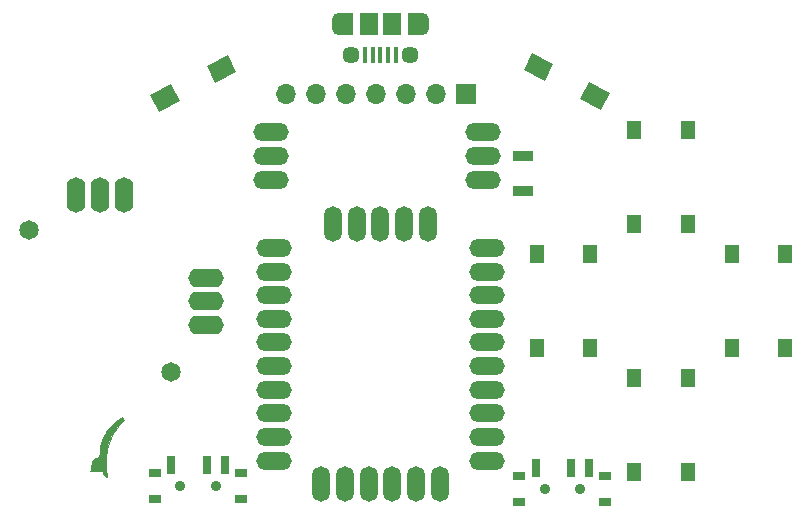
<source format=gbr>
G04 #@! TF.FileFunction,Soldermask,Top*
%FSLAX46Y46*%
G04 Gerber Fmt 4.6, Leading zero omitted, Abs format (unit mm)*
G04 Created by KiCad (PCBNEW 4.0.4-stable) date 07/06/18 22:39:36*
%MOMM*%
%LPD*%
G01*
G04 APERTURE LIST*
%ADD10C,0.100000*%
%ADD11C,0.010000*%
%ADD12O,3.000000X1.500000*%
%ADD13R,1.700000X1.700000*%
%ADD14O,1.700000X1.700000*%
%ADD15R,1.700000X0.900000*%
%ADD16R,1.500000X1.900000*%
%ADD17C,1.450000*%
%ADD18R,0.400000X1.350000*%
%ADD19O,1.200000X1.900000*%
%ADD20R,1.200000X1.900000*%
%ADD21R,1.300000X1.550000*%
%ADD22C,0.900000*%
%ADD23R,0.700000X1.500000*%
%ADD24R,1.000000X0.800000*%
%ADD25O,1.500000X3.000000*%
%ADD26O,3.000000X1.600000*%
%ADD27O,1.600000X3.000000*%
%ADD28C,1.650000*%
G04 APERTURE END LIST*
D10*
D11*
G36*
X116263940Y-92684191D02*
X116291191Y-92724166D01*
X116325979Y-92792773D01*
X116331729Y-92805228D01*
X116392956Y-92939137D01*
X116151564Y-93198480D01*
X115987308Y-93380245D01*
X115844947Y-93549962D01*
X115720173Y-93713583D01*
X115608678Y-93877060D01*
X115506154Y-94046345D01*
X115411694Y-94220776D01*
X115311562Y-94428545D01*
X115218446Y-94647827D01*
X115134998Y-94871110D01*
X115063870Y-95090880D01*
X115007714Y-95299624D01*
X114974118Y-95460576D01*
X114955491Y-95572531D01*
X114936262Y-95698516D01*
X114917740Y-95829044D01*
X114901234Y-95954630D01*
X114888051Y-96065786D01*
X114880941Y-96136108D01*
X114877045Y-96200435D01*
X114874314Y-96288649D01*
X114872702Y-96394438D01*
X114872163Y-96511490D01*
X114872651Y-96633496D01*
X114874119Y-96754142D01*
X114876521Y-96867119D01*
X114879811Y-96966115D01*
X114883943Y-97044818D01*
X114887928Y-97089800D01*
X114896969Y-97158574D01*
X114908830Y-97240991D01*
X114922397Y-97330128D01*
X114936554Y-97419064D01*
X114950187Y-97500877D01*
X114962183Y-97568644D01*
X114971425Y-97615445D01*
X114974765Y-97629167D01*
X114980562Y-97671498D01*
X114966292Y-97700276D01*
X114964871Y-97701733D01*
X114939026Y-97720528D01*
X114909094Y-97722306D01*
X114864398Y-97707234D01*
X114855562Y-97703444D01*
X114787435Y-97657836D01*
X114723438Y-97583708D01*
X114665665Y-97484269D01*
X114616208Y-97362723D01*
X114600300Y-97312328D01*
X114565344Y-97193117D01*
X114400651Y-97197737D01*
X114327136Y-97200303D01*
X114261891Y-97203490D01*
X114213828Y-97206816D01*
X114196220Y-97208792D01*
X114166138Y-97211805D01*
X114111403Y-97215577D01*
X114039131Y-97219677D01*
X113956437Y-97223674D01*
X113933955Y-97224650D01*
X113845453Y-97228782D01*
X113761378Y-97233391D01*
X113690330Y-97237963D01*
X113640906Y-97241979D01*
X113634983Y-97242602D01*
X113558538Y-97251130D01*
X113567443Y-97198281D01*
X113574969Y-97152754D01*
X113584837Y-97091968D01*
X113591561Y-97050063D01*
X113618991Y-96888344D01*
X113647558Y-96738842D01*
X113676397Y-96605230D01*
X113704645Y-96491185D01*
X113731437Y-96400383D01*
X113755911Y-96336498D01*
X113762128Y-96324123D01*
X113800766Y-96267004D01*
X113849897Y-96226547D01*
X113883848Y-96207858D01*
X113931800Y-96185745D01*
X113970122Y-96171233D01*
X113985289Y-96167898D01*
X114023060Y-96158273D01*
X114074805Y-96133289D01*
X114130803Y-96098777D01*
X114181335Y-96060570D01*
X114209475Y-96033370D01*
X114253137Y-95978289D01*
X114287555Y-95920654D01*
X114314417Y-95854979D01*
X114335411Y-95775776D01*
X114352223Y-95677560D01*
X114366542Y-95554844D01*
X114370987Y-95508261D01*
X114405850Y-95215538D01*
X114455586Y-94946741D01*
X114522117Y-94696763D01*
X114607365Y-94460498D01*
X114713253Y-94232838D01*
X114841701Y-94008677D01*
X114994634Y-93782909D01*
X115047054Y-93712141D01*
X115220299Y-93497845D01*
X115402096Y-93304553D01*
X115602690Y-93121524D01*
X115641397Y-93088995D01*
X115723166Y-93022914D01*
X115810988Y-92955119D01*
X115900724Y-92888484D01*
X115988234Y-92825884D01*
X116069377Y-92770192D01*
X116140016Y-92724284D01*
X116196009Y-92691034D01*
X116233218Y-92673317D01*
X116243120Y-92671173D01*
X116263940Y-92684191D01*
X116263940Y-92684191D01*
G37*
X116263940Y-92684191D02*
X116291191Y-92724166D01*
X116325979Y-92792773D01*
X116331729Y-92805228D01*
X116392956Y-92939137D01*
X116151564Y-93198480D01*
X115987308Y-93380245D01*
X115844947Y-93549962D01*
X115720173Y-93713583D01*
X115608678Y-93877060D01*
X115506154Y-94046345D01*
X115411694Y-94220776D01*
X115311562Y-94428545D01*
X115218446Y-94647827D01*
X115134998Y-94871110D01*
X115063870Y-95090880D01*
X115007714Y-95299624D01*
X114974118Y-95460576D01*
X114955491Y-95572531D01*
X114936262Y-95698516D01*
X114917740Y-95829044D01*
X114901234Y-95954630D01*
X114888051Y-96065786D01*
X114880941Y-96136108D01*
X114877045Y-96200435D01*
X114874314Y-96288649D01*
X114872702Y-96394438D01*
X114872163Y-96511490D01*
X114872651Y-96633496D01*
X114874119Y-96754142D01*
X114876521Y-96867119D01*
X114879811Y-96966115D01*
X114883943Y-97044818D01*
X114887928Y-97089800D01*
X114896969Y-97158574D01*
X114908830Y-97240991D01*
X114922397Y-97330128D01*
X114936554Y-97419064D01*
X114950187Y-97500877D01*
X114962183Y-97568644D01*
X114971425Y-97615445D01*
X114974765Y-97629167D01*
X114980562Y-97671498D01*
X114966292Y-97700276D01*
X114964871Y-97701733D01*
X114939026Y-97720528D01*
X114909094Y-97722306D01*
X114864398Y-97707234D01*
X114855562Y-97703444D01*
X114787435Y-97657836D01*
X114723438Y-97583708D01*
X114665665Y-97484269D01*
X114616208Y-97362723D01*
X114600300Y-97312328D01*
X114565344Y-97193117D01*
X114400651Y-97197737D01*
X114327136Y-97200303D01*
X114261891Y-97203490D01*
X114213828Y-97206816D01*
X114196220Y-97208792D01*
X114166138Y-97211805D01*
X114111403Y-97215577D01*
X114039131Y-97219677D01*
X113956437Y-97223674D01*
X113933955Y-97224650D01*
X113845453Y-97228782D01*
X113761378Y-97233391D01*
X113690330Y-97237963D01*
X113640906Y-97241979D01*
X113634983Y-97242602D01*
X113558538Y-97251130D01*
X113567443Y-97198281D01*
X113574969Y-97152754D01*
X113584837Y-97091968D01*
X113591561Y-97050063D01*
X113618991Y-96888344D01*
X113647558Y-96738842D01*
X113676397Y-96605230D01*
X113704645Y-96491185D01*
X113731437Y-96400383D01*
X113755911Y-96336498D01*
X113762128Y-96324123D01*
X113800766Y-96267004D01*
X113849897Y-96226547D01*
X113883848Y-96207858D01*
X113931800Y-96185745D01*
X113970122Y-96171233D01*
X113985289Y-96167898D01*
X114023060Y-96158273D01*
X114074805Y-96133289D01*
X114130803Y-96098777D01*
X114181335Y-96060570D01*
X114209475Y-96033370D01*
X114253137Y-95978289D01*
X114287555Y-95920654D01*
X114314417Y-95854979D01*
X114335411Y-95775776D01*
X114352223Y-95677560D01*
X114366542Y-95554844D01*
X114370987Y-95508261D01*
X114405850Y-95215538D01*
X114455586Y-94946741D01*
X114522117Y-94696763D01*
X114607365Y-94460498D01*
X114713253Y-94232838D01*
X114841701Y-94008677D01*
X114994634Y-93782909D01*
X115047054Y-93712141D01*
X115220299Y-93497845D01*
X115402096Y-93304553D01*
X115602690Y-93121524D01*
X115641397Y-93088995D01*
X115723166Y-93022914D01*
X115810988Y-92955119D01*
X115900724Y-92888484D01*
X115988234Y-92825884D01*
X116069377Y-92770192D01*
X116140016Y-92724284D01*
X116196009Y-92691034D01*
X116233218Y-92673317D01*
X116243120Y-92671173D01*
X116263940Y-92684191D01*
D12*
X128820000Y-72566000D03*
X128820000Y-70566000D03*
X128820000Y-68566000D03*
X146820000Y-68566000D03*
X146820000Y-70566000D03*
X146820000Y-72566000D03*
D13*
X145360000Y-65350000D03*
D14*
X142820000Y-65350000D03*
X140280000Y-65350000D03*
X137740000Y-65350000D03*
X135200000Y-65350000D03*
X132660000Y-65350000D03*
X130120000Y-65350000D03*
D15*
X150220000Y-73500000D03*
X150220000Y-70600000D03*
D16*
X137120000Y-59350000D03*
D17*
X140620000Y-62050000D03*
D18*
X138770000Y-62050000D03*
X139420000Y-62050000D03*
X136820000Y-62050000D03*
X137470000Y-62050000D03*
X138120000Y-62050000D03*
D17*
X135620000Y-62050000D03*
D16*
X139120000Y-59350000D03*
D19*
X141620000Y-59350000D03*
X134620000Y-59350000D03*
D20*
X135220000Y-59350000D03*
X141020000Y-59350000D03*
D21*
X164120000Y-97325000D03*
X159620000Y-97325000D03*
X159620000Y-89375000D03*
X164120000Y-89375000D03*
X155870000Y-86825000D03*
X151370000Y-86825000D03*
X151370000Y-78875000D03*
X155870000Y-78875000D03*
X164120000Y-76325000D03*
X159620000Y-76325000D03*
X159620000Y-68375000D03*
X164120000Y-68375000D03*
X172370000Y-86825000D03*
X167870000Y-86825000D03*
X167870000Y-78875000D03*
X172370000Y-78875000D03*
D22*
X121170000Y-98510000D03*
X124170000Y-98510000D03*
D23*
X120420000Y-96750000D03*
X123420000Y-96750000D03*
X124920000Y-96750000D03*
D24*
X119020000Y-99610000D03*
X126320000Y-99610000D03*
X126320000Y-97400000D03*
X119020000Y-97400000D03*
D22*
X152020000Y-98750000D03*
X155020000Y-98750000D03*
D23*
X151270000Y-96990000D03*
X154270000Y-96990000D03*
X155770000Y-96990000D03*
D24*
X149870000Y-99850000D03*
X157170000Y-99850000D03*
X157170000Y-97640000D03*
X149870000Y-97640000D03*
D10*
G36*
X155046519Y-65734589D02*
X155772904Y-64308978D01*
X157554917Y-65216959D01*
X156828532Y-66642570D01*
X155046519Y-65734589D01*
X155046519Y-65734589D01*
G37*
G36*
X150235083Y-63283041D02*
X150961468Y-61857430D01*
X152743481Y-62765411D01*
X152017096Y-64191022D01*
X150235083Y-63283041D01*
X150235083Y-63283041D01*
G37*
G36*
X124147904Y-64366022D02*
X123421519Y-62940411D01*
X125203532Y-62032430D01*
X125929917Y-63458041D01*
X124147904Y-64366022D01*
X124147904Y-64366022D01*
G37*
G36*
X119336468Y-66817570D02*
X118610083Y-65391959D01*
X120392096Y-64483978D01*
X121118481Y-65909589D01*
X119336468Y-66817570D01*
X119336468Y-66817570D01*
G37*
D12*
X129120000Y-88350000D03*
X129120000Y-86350000D03*
X129120000Y-84350000D03*
X129120000Y-82350000D03*
X129120000Y-94350000D03*
X129120000Y-90350000D03*
X129120000Y-96350000D03*
X129120000Y-92350000D03*
X129120000Y-80350000D03*
X129120000Y-78350000D03*
D25*
X133120000Y-98350000D03*
X135120000Y-98350000D03*
X137120000Y-98350000D03*
X139120000Y-98350000D03*
X141120000Y-98350000D03*
X143120000Y-98350000D03*
D12*
X147120000Y-84350000D03*
X147120000Y-82350000D03*
X147120000Y-86350000D03*
X147120000Y-88350000D03*
X147120000Y-80350000D03*
X147120000Y-78350000D03*
X147120000Y-94350000D03*
X147120000Y-96350000D03*
X147120000Y-90350000D03*
X147120000Y-92350000D03*
D25*
X136120000Y-76350000D03*
X140120000Y-76350000D03*
X134120000Y-76350000D03*
X138120000Y-76350000D03*
X142120000Y-76350000D03*
D26*
X123370000Y-82850000D03*
X123370000Y-84850000D03*
X123370000Y-80850000D03*
D27*
X116370000Y-73850000D03*
X114370000Y-73850000D03*
X112370000Y-73850000D03*
D28*
X120370000Y-88850000D03*
X108370000Y-76850000D03*
M02*

</source>
